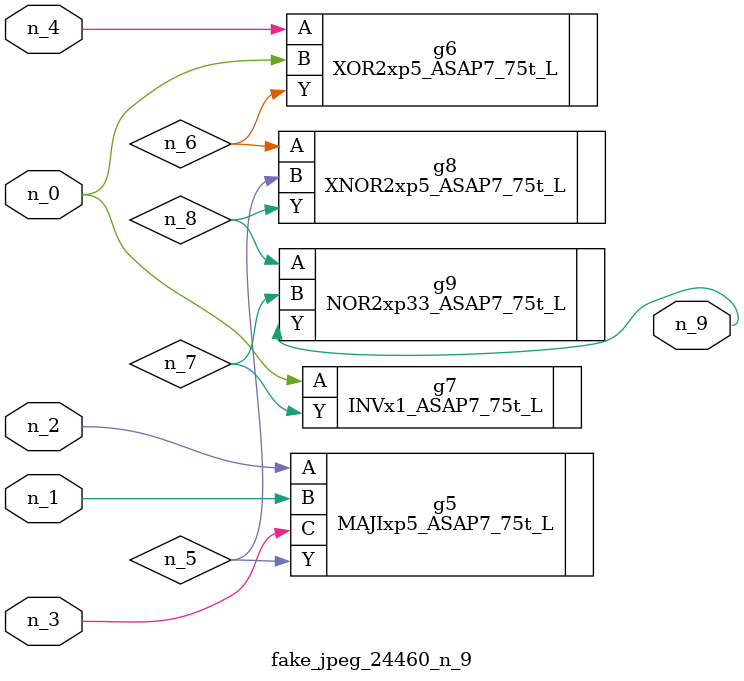
<source format=v>
module fake_jpeg_24460_n_9 (n_3, n_2, n_1, n_0, n_4, n_9);

input n_3;
input n_2;
input n_1;
input n_0;
input n_4;

output n_9;

wire n_8;
wire n_6;
wire n_5;
wire n_7;

MAJIxp5_ASAP7_75t_L g5 ( 
.A(n_2),
.B(n_1),
.C(n_3),
.Y(n_5)
);

XOR2xp5_ASAP7_75t_L g6 ( 
.A(n_4),
.B(n_0),
.Y(n_6)
);

INVx1_ASAP7_75t_L g7 ( 
.A(n_0),
.Y(n_7)
);

XNOR2xp5_ASAP7_75t_L g8 ( 
.A(n_6),
.B(n_5),
.Y(n_8)
);

NOR2xp33_ASAP7_75t_L g9 ( 
.A(n_8),
.B(n_7),
.Y(n_9)
);


endmodule
</source>
